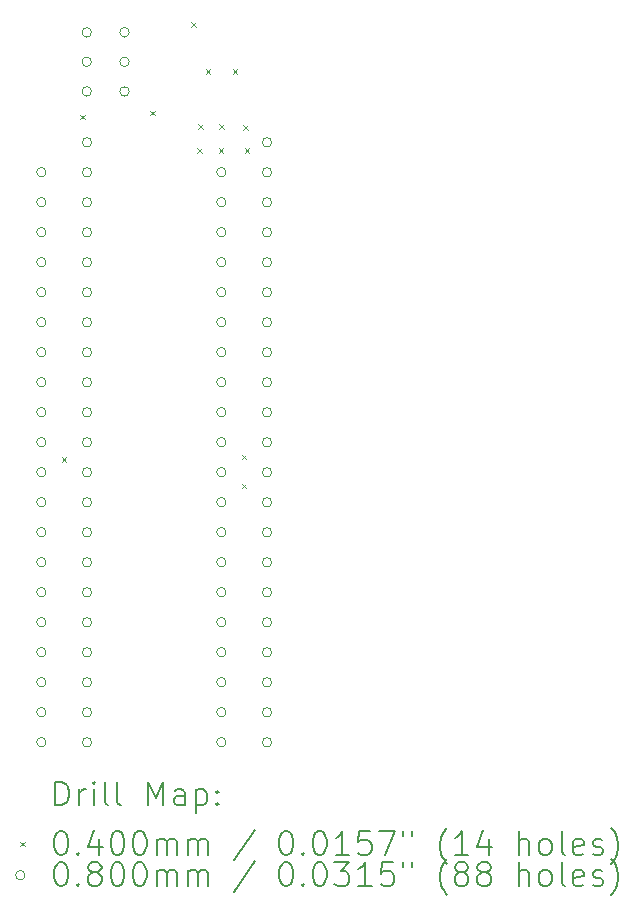
<source format=gbr>
%FSLAX45Y45*%
G04 Gerber Fmt 4.5, Leading zero omitted, Abs format (unit mm)*
G04 Created by KiCad (PCBNEW (6.0.6-1)-1) date 2022-07-19 12:23:55*
%MOMM*%
%LPD*%
G01*
G04 APERTURE LIST*
%ADD10C,0.200000*%
%ADD11C,0.040000*%
%ADD12C,0.080000*%
G04 APERTURE END LIST*
D10*
D11*
X13027980Y-9085900D02*
X13067980Y-9125900D01*
X13067980Y-9085900D02*
X13027980Y-9125900D01*
X13185460Y-6182680D02*
X13225460Y-6222680D01*
X13225460Y-6182680D02*
X13185460Y-6222680D01*
X13776070Y-6149660D02*
X13816070Y-6189660D01*
X13816070Y-6149660D02*
X13776070Y-6189660D01*
X14125248Y-5399472D02*
X14165248Y-5439472D01*
X14165248Y-5399472D02*
X14125248Y-5439472D01*
X14178600Y-6464620D02*
X14218600Y-6504620D01*
X14218600Y-6464620D02*
X14178600Y-6504620D01*
X14183680Y-6266500D02*
X14223680Y-6306500D01*
X14223680Y-6266500D02*
X14183680Y-6306500D01*
X14247180Y-5796600D02*
X14287180Y-5836600D01*
X14287180Y-5796600D02*
X14247180Y-5836600D01*
X14358940Y-6464620D02*
X14398940Y-6504620D01*
X14398940Y-6464620D02*
X14358940Y-6504620D01*
X14361480Y-6266500D02*
X14401480Y-6306500D01*
X14401480Y-6266500D02*
X14361480Y-6306500D01*
X14475780Y-5796600D02*
X14515780Y-5836600D01*
X14515780Y-5796600D02*
X14475780Y-5836600D01*
X14551980Y-9063040D02*
X14591980Y-9103040D01*
X14591980Y-9063040D02*
X14551980Y-9103040D01*
X14551980Y-9306880D02*
X14591980Y-9346880D01*
X14591980Y-9306880D02*
X14551980Y-9346880D01*
X14564680Y-6275330D02*
X14604680Y-6315330D01*
X14604680Y-6275330D02*
X14564680Y-6315330D01*
X14577380Y-6464620D02*
X14617380Y-6504620D01*
X14617380Y-6464620D02*
X14577380Y-6504620D01*
D12*
X12896980Y-6670540D02*
G75*
G03*
X12896980Y-6670540I-40000J0D01*
G01*
X12896980Y-6924540D02*
G75*
G03*
X12896980Y-6924540I-40000J0D01*
G01*
X12896980Y-7178540D02*
G75*
G03*
X12896980Y-7178540I-40000J0D01*
G01*
X12896980Y-7432540D02*
G75*
G03*
X12896980Y-7432540I-40000J0D01*
G01*
X12896980Y-7686540D02*
G75*
G03*
X12896980Y-7686540I-40000J0D01*
G01*
X12896980Y-7940540D02*
G75*
G03*
X12896980Y-7940540I-40000J0D01*
G01*
X12896980Y-8194540D02*
G75*
G03*
X12896980Y-8194540I-40000J0D01*
G01*
X12896980Y-8448540D02*
G75*
G03*
X12896980Y-8448540I-40000J0D01*
G01*
X12896980Y-8702540D02*
G75*
G03*
X12896980Y-8702540I-40000J0D01*
G01*
X12896980Y-8956540D02*
G75*
G03*
X12896980Y-8956540I-40000J0D01*
G01*
X12896980Y-9210540D02*
G75*
G03*
X12896980Y-9210540I-40000J0D01*
G01*
X12896980Y-9464540D02*
G75*
G03*
X12896980Y-9464540I-40000J0D01*
G01*
X12896980Y-9718540D02*
G75*
G03*
X12896980Y-9718540I-40000J0D01*
G01*
X12896980Y-9972540D02*
G75*
G03*
X12896980Y-9972540I-40000J0D01*
G01*
X12896980Y-10226540D02*
G75*
G03*
X12896980Y-10226540I-40000J0D01*
G01*
X12896980Y-10480540D02*
G75*
G03*
X12896980Y-10480540I-40000J0D01*
G01*
X12896980Y-10734540D02*
G75*
G03*
X12896980Y-10734540I-40000J0D01*
G01*
X12896980Y-10988540D02*
G75*
G03*
X12896980Y-10988540I-40000J0D01*
G01*
X12896980Y-11242540D02*
G75*
G03*
X12896980Y-11242540I-40000J0D01*
G01*
X12896980Y-11496540D02*
G75*
G03*
X12896980Y-11496540I-40000J0D01*
G01*
X13281040Y-5486950D02*
G75*
G03*
X13281040Y-5486950I-40000J0D01*
G01*
X13281040Y-5736950D02*
G75*
G03*
X13281040Y-5736950I-40000J0D01*
G01*
X13281040Y-5986950D02*
G75*
G03*
X13281040Y-5986950I-40000J0D01*
G01*
X13283560Y-6418580D02*
G75*
G03*
X13283560Y-6418580I-40000J0D01*
G01*
X13283560Y-6672580D02*
G75*
G03*
X13283560Y-6672580I-40000J0D01*
G01*
X13283560Y-6926580D02*
G75*
G03*
X13283560Y-6926580I-40000J0D01*
G01*
X13283560Y-7180580D02*
G75*
G03*
X13283560Y-7180580I-40000J0D01*
G01*
X13283560Y-7434580D02*
G75*
G03*
X13283560Y-7434580I-40000J0D01*
G01*
X13283560Y-7688580D02*
G75*
G03*
X13283560Y-7688580I-40000J0D01*
G01*
X13283560Y-7942580D02*
G75*
G03*
X13283560Y-7942580I-40000J0D01*
G01*
X13283560Y-8196580D02*
G75*
G03*
X13283560Y-8196580I-40000J0D01*
G01*
X13283560Y-8450580D02*
G75*
G03*
X13283560Y-8450580I-40000J0D01*
G01*
X13283560Y-8704580D02*
G75*
G03*
X13283560Y-8704580I-40000J0D01*
G01*
X13283560Y-8958580D02*
G75*
G03*
X13283560Y-8958580I-40000J0D01*
G01*
X13283560Y-9212580D02*
G75*
G03*
X13283560Y-9212580I-40000J0D01*
G01*
X13283560Y-9466580D02*
G75*
G03*
X13283560Y-9466580I-40000J0D01*
G01*
X13283560Y-9720580D02*
G75*
G03*
X13283560Y-9720580I-40000J0D01*
G01*
X13283560Y-9974580D02*
G75*
G03*
X13283560Y-9974580I-40000J0D01*
G01*
X13283560Y-10228580D02*
G75*
G03*
X13283560Y-10228580I-40000J0D01*
G01*
X13283560Y-10482580D02*
G75*
G03*
X13283560Y-10482580I-40000J0D01*
G01*
X13283560Y-10736580D02*
G75*
G03*
X13283560Y-10736580I-40000J0D01*
G01*
X13283560Y-10990580D02*
G75*
G03*
X13283560Y-10990580I-40000J0D01*
G01*
X13283560Y-11244580D02*
G75*
G03*
X13283560Y-11244580I-40000J0D01*
G01*
X13283560Y-11498580D02*
G75*
G03*
X13283560Y-11498580I-40000J0D01*
G01*
X13601040Y-5486950D02*
G75*
G03*
X13601040Y-5486950I-40000J0D01*
G01*
X13601040Y-5736950D02*
G75*
G03*
X13601040Y-5736950I-40000J0D01*
G01*
X13601040Y-5986950D02*
G75*
G03*
X13601040Y-5986950I-40000J0D01*
G01*
X14420980Y-6670540D02*
G75*
G03*
X14420980Y-6670540I-40000J0D01*
G01*
X14420980Y-6924540D02*
G75*
G03*
X14420980Y-6924540I-40000J0D01*
G01*
X14420980Y-7178540D02*
G75*
G03*
X14420980Y-7178540I-40000J0D01*
G01*
X14420980Y-7432540D02*
G75*
G03*
X14420980Y-7432540I-40000J0D01*
G01*
X14420980Y-7686540D02*
G75*
G03*
X14420980Y-7686540I-40000J0D01*
G01*
X14420980Y-7940540D02*
G75*
G03*
X14420980Y-7940540I-40000J0D01*
G01*
X14420980Y-8194540D02*
G75*
G03*
X14420980Y-8194540I-40000J0D01*
G01*
X14420980Y-8448540D02*
G75*
G03*
X14420980Y-8448540I-40000J0D01*
G01*
X14420980Y-8702540D02*
G75*
G03*
X14420980Y-8702540I-40000J0D01*
G01*
X14420980Y-8956540D02*
G75*
G03*
X14420980Y-8956540I-40000J0D01*
G01*
X14420980Y-9210540D02*
G75*
G03*
X14420980Y-9210540I-40000J0D01*
G01*
X14420980Y-9464540D02*
G75*
G03*
X14420980Y-9464540I-40000J0D01*
G01*
X14420980Y-9718540D02*
G75*
G03*
X14420980Y-9718540I-40000J0D01*
G01*
X14420980Y-9972540D02*
G75*
G03*
X14420980Y-9972540I-40000J0D01*
G01*
X14420980Y-10226540D02*
G75*
G03*
X14420980Y-10226540I-40000J0D01*
G01*
X14420980Y-10480540D02*
G75*
G03*
X14420980Y-10480540I-40000J0D01*
G01*
X14420980Y-10734540D02*
G75*
G03*
X14420980Y-10734540I-40000J0D01*
G01*
X14420980Y-10988540D02*
G75*
G03*
X14420980Y-10988540I-40000J0D01*
G01*
X14420980Y-11242540D02*
G75*
G03*
X14420980Y-11242540I-40000J0D01*
G01*
X14420980Y-11496540D02*
G75*
G03*
X14420980Y-11496540I-40000J0D01*
G01*
X14807560Y-6418580D02*
G75*
G03*
X14807560Y-6418580I-40000J0D01*
G01*
X14807560Y-6672580D02*
G75*
G03*
X14807560Y-6672580I-40000J0D01*
G01*
X14807560Y-6926580D02*
G75*
G03*
X14807560Y-6926580I-40000J0D01*
G01*
X14807560Y-7180580D02*
G75*
G03*
X14807560Y-7180580I-40000J0D01*
G01*
X14807560Y-7434580D02*
G75*
G03*
X14807560Y-7434580I-40000J0D01*
G01*
X14807560Y-7688580D02*
G75*
G03*
X14807560Y-7688580I-40000J0D01*
G01*
X14807560Y-7942580D02*
G75*
G03*
X14807560Y-7942580I-40000J0D01*
G01*
X14807560Y-8196580D02*
G75*
G03*
X14807560Y-8196580I-40000J0D01*
G01*
X14807560Y-8450580D02*
G75*
G03*
X14807560Y-8450580I-40000J0D01*
G01*
X14807560Y-8704580D02*
G75*
G03*
X14807560Y-8704580I-40000J0D01*
G01*
X14807560Y-8958580D02*
G75*
G03*
X14807560Y-8958580I-40000J0D01*
G01*
X14807560Y-9212580D02*
G75*
G03*
X14807560Y-9212580I-40000J0D01*
G01*
X14807560Y-9466580D02*
G75*
G03*
X14807560Y-9466580I-40000J0D01*
G01*
X14807560Y-9720580D02*
G75*
G03*
X14807560Y-9720580I-40000J0D01*
G01*
X14807560Y-9974580D02*
G75*
G03*
X14807560Y-9974580I-40000J0D01*
G01*
X14807560Y-10228580D02*
G75*
G03*
X14807560Y-10228580I-40000J0D01*
G01*
X14807560Y-10482580D02*
G75*
G03*
X14807560Y-10482580I-40000J0D01*
G01*
X14807560Y-10736580D02*
G75*
G03*
X14807560Y-10736580I-40000J0D01*
G01*
X14807560Y-10990580D02*
G75*
G03*
X14807560Y-10990580I-40000J0D01*
G01*
X14807560Y-11244580D02*
G75*
G03*
X14807560Y-11244580I-40000J0D01*
G01*
X14807560Y-11498580D02*
G75*
G03*
X14807560Y-11498580I-40000J0D01*
G01*
D10*
X12976469Y-12030126D02*
X12976469Y-11830126D01*
X13024088Y-11830126D01*
X13052659Y-11839650D01*
X13071707Y-11858698D01*
X13081231Y-11877745D01*
X13090755Y-11915840D01*
X13090755Y-11944412D01*
X13081231Y-11982507D01*
X13071707Y-12001555D01*
X13052659Y-12020602D01*
X13024088Y-12030126D01*
X12976469Y-12030126D01*
X13176469Y-12030126D02*
X13176469Y-11896793D01*
X13176469Y-11934888D02*
X13185993Y-11915840D01*
X13195517Y-11906317D01*
X13214564Y-11896793D01*
X13233612Y-11896793D01*
X13300278Y-12030126D02*
X13300278Y-11896793D01*
X13300278Y-11830126D02*
X13290755Y-11839650D01*
X13300278Y-11849174D01*
X13309802Y-11839650D01*
X13300278Y-11830126D01*
X13300278Y-11849174D01*
X13424088Y-12030126D02*
X13405040Y-12020602D01*
X13395517Y-12001555D01*
X13395517Y-11830126D01*
X13528850Y-12030126D02*
X13509802Y-12020602D01*
X13500278Y-12001555D01*
X13500278Y-11830126D01*
X13757421Y-12030126D02*
X13757421Y-11830126D01*
X13824088Y-11972983D01*
X13890755Y-11830126D01*
X13890755Y-12030126D01*
X14071707Y-12030126D02*
X14071707Y-11925364D01*
X14062183Y-11906317D01*
X14043136Y-11896793D01*
X14005040Y-11896793D01*
X13985993Y-11906317D01*
X14071707Y-12020602D02*
X14052659Y-12030126D01*
X14005040Y-12030126D01*
X13985993Y-12020602D01*
X13976469Y-12001555D01*
X13976469Y-11982507D01*
X13985993Y-11963459D01*
X14005040Y-11953936D01*
X14052659Y-11953936D01*
X14071707Y-11944412D01*
X14166945Y-11896793D02*
X14166945Y-12096793D01*
X14166945Y-11906317D02*
X14185993Y-11896793D01*
X14224088Y-11896793D01*
X14243136Y-11906317D01*
X14252659Y-11915840D01*
X14262183Y-11934888D01*
X14262183Y-11992031D01*
X14252659Y-12011078D01*
X14243136Y-12020602D01*
X14224088Y-12030126D01*
X14185993Y-12030126D01*
X14166945Y-12020602D01*
X14347898Y-12011078D02*
X14357421Y-12020602D01*
X14347898Y-12030126D01*
X14338374Y-12020602D01*
X14347898Y-12011078D01*
X14347898Y-12030126D01*
X14347898Y-11906317D02*
X14357421Y-11915840D01*
X14347898Y-11925364D01*
X14338374Y-11915840D01*
X14347898Y-11906317D01*
X14347898Y-11925364D01*
D11*
X12678850Y-12339650D02*
X12718850Y-12379650D01*
X12718850Y-12339650D02*
X12678850Y-12379650D01*
D10*
X13014564Y-12250126D02*
X13033612Y-12250126D01*
X13052659Y-12259650D01*
X13062183Y-12269174D01*
X13071707Y-12288221D01*
X13081231Y-12326317D01*
X13081231Y-12373936D01*
X13071707Y-12412031D01*
X13062183Y-12431078D01*
X13052659Y-12440602D01*
X13033612Y-12450126D01*
X13014564Y-12450126D01*
X12995517Y-12440602D01*
X12985993Y-12431078D01*
X12976469Y-12412031D01*
X12966945Y-12373936D01*
X12966945Y-12326317D01*
X12976469Y-12288221D01*
X12985993Y-12269174D01*
X12995517Y-12259650D01*
X13014564Y-12250126D01*
X13166945Y-12431078D02*
X13176469Y-12440602D01*
X13166945Y-12450126D01*
X13157421Y-12440602D01*
X13166945Y-12431078D01*
X13166945Y-12450126D01*
X13347898Y-12316793D02*
X13347898Y-12450126D01*
X13300278Y-12240602D02*
X13252659Y-12383459D01*
X13376469Y-12383459D01*
X13490755Y-12250126D02*
X13509802Y-12250126D01*
X13528850Y-12259650D01*
X13538374Y-12269174D01*
X13547898Y-12288221D01*
X13557421Y-12326317D01*
X13557421Y-12373936D01*
X13547898Y-12412031D01*
X13538374Y-12431078D01*
X13528850Y-12440602D01*
X13509802Y-12450126D01*
X13490755Y-12450126D01*
X13471707Y-12440602D01*
X13462183Y-12431078D01*
X13452659Y-12412031D01*
X13443136Y-12373936D01*
X13443136Y-12326317D01*
X13452659Y-12288221D01*
X13462183Y-12269174D01*
X13471707Y-12259650D01*
X13490755Y-12250126D01*
X13681231Y-12250126D02*
X13700278Y-12250126D01*
X13719326Y-12259650D01*
X13728850Y-12269174D01*
X13738374Y-12288221D01*
X13747898Y-12326317D01*
X13747898Y-12373936D01*
X13738374Y-12412031D01*
X13728850Y-12431078D01*
X13719326Y-12440602D01*
X13700278Y-12450126D01*
X13681231Y-12450126D01*
X13662183Y-12440602D01*
X13652659Y-12431078D01*
X13643136Y-12412031D01*
X13633612Y-12373936D01*
X13633612Y-12326317D01*
X13643136Y-12288221D01*
X13652659Y-12269174D01*
X13662183Y-12259650D01*
X13681231Y-12250126D01*
X13833612Y-12450126D02*
X13833612Y-12316793D01*
X13833612Y-12335840D02*
X13843136Y-12326317D01*
X13862183Y-12316793D01*
X13890755Y-12316793D01*
X13909802Y-12326317D01*
X13919326Y-12345364D01*
X13919326Y-12450126D01*
X13919326Y-12345364D02*
X13928850Y-12326317D01*
X13947898Y-12316793D01*
X13976469Y-12316793D01*
X13995517Y-12326317D01*
X14005040Y-12345364D01*
X14005040Y-12450126D01*
X14100278Y-12450126D02*
X14100278Y-12316793D01*
X14100278Y-12335840D02*
X14109802Y-12326317D01*
X14128850Y-12316793D01*
X14157421Y-12316793D01*
X14176469Y-12326317D01*
X14185993Y-12345364D01*
X14185993Y-12450126D01*
X14185993Y-12345364D02*
X14195517Y-12326317D01*
X14214564Y-12316793D01*
X14243136Y-12316793D01*
X14262183Y-12326317D01*
X14271707Y-12345364D01*
X14271707Y-12450126D01*
X14662183Y-12240602D02*
X14490755Y-12497745D01*
X14919326Y-12250126D02*
X14938374Y-12250126D01*
X14957421Y-12259650D01*
X14966945Y-12269174D01*
X14976469Y-12288221D01*
X14985993Y-12326317D01*
X14985993Y-12373936D01*
X14976469Y-12412031D01*
X14966945Y-12431078D01*
X14957421Y-12440602D01*
X14938374Y-12450126D01*
X14919326Y-12450126D01*
X14900278Y-12440602D01*
X14890755Y-12431078D01*
X14881231Y-12412031D01*
X14871707Y-12373936D01*
X14871707Y-12326317D01*
X14881231Y-12288221D01*
X14890755Y-12269174D01*
X14900278Y-12259650D01*
X14919326Y-12250126D01*
X15071707Y-12431078D02*
X15081231Y-12440602D01*
X15071707Y-12450126D01*
X15062183Y-12440602D01*
X15071707Y-12431078D01*
X15071707Y-12450126D01*
X15205040Y-12250126D02*
X15224088Y-12250126D01*
X15243136Y-12259650D01*
X15252659Y-12269174D01*
X15262183Y-12288221D01*
X15271707Y-12326317D01*
X15271707Y-12373936D01*
X15262183Y-12412031D01*
X15252659Y-12431078D01*
X15243136Y-12440602D01*
X15224088Y-12450126D01*
X15205040Y-12450126D01*
X15185993Y-12440602D01*
X15176469Y-12431078D01*
X15166945Y-12412031D01*
X15157421Y-12373936D01*
X15157421Y-12326317D01*
X15166945Y-12288221D01*
X15176469Y-12269174D01*
X15185993Y-12259650D01*
X15205040Y-12250126D01*
X15462183Y-12450126D02*
X15347898Y-12450126D01*
X15405040Y-12450126D02*
X15405040Y-12250126D01*
X15385993Y-12278698D01*
X15366945Y-12297745D01*
X15347898Y-12307269D01*
X15643136Y-12250126D02*
X15547898Y-12250126D01*
X15538374Y-12345364D01*
X15547898Y-12335840D01*
X15566945Y-12326317D01*
X15614564Y-12326317D01*
X15633612Y-12335840D01*
X15643136Y-12345364D01*
X15652659Y-12364412D01*
X15652659Y-12412031D01*
X15643136Y-12431078D01*
X15633612Y-12440602D01*
X15614564Y-12450126D01*
X15566945Y-12450126D01*
X15547898Y-12440602D01*
X15538374Y-12431078D01*
X15719326Y-12250126D02*
X15852659Y-12250126D01*
X15766945Y-12450126D01*
X15919326Y-12250126D02*
X15919326Y-12288221D01*
X15995517Y-12250126D02*
X15995517Y-12288221D01*
X16290755Y-12526317D02*
X16281231Y-12516793D01*
X16262183Y-12488221D01*
X16252659Y-12469174D01*
X16243136Y-12440602D01*
X16233612Y-12392983D01*
X16233612Y-12354888D01*
X16243136Y-12307269D01*
X16252659Y-12278698D01*
X16262183Y-12259650D01*
X16281231Y-12231078D01*
X16290755Y-12221555D01*
X16471707Y-12450126D02*
X16357421Y-12450126D01*
X16414564Y-12450126D02*
X16414564Y-12250126D01*
X16395517Y-12278698D01*
X16376469Y-12297745D01*
X16357421Y-12307269D01*
X16643136Y-12316793D02*
X16643136Y-12450126D01*
X16595517Y-12240602D02*
X16547898Y-12383459D01*
X16671707Y-12383459D01*
X16900279Y-12450126D02*
X16900279Y-12250126D01*
X16985993Y-12450126D02*
X16985993Y-12345364D01*
X16976469Y-12326317D01*
X16957421Y-12316793D01*
X16928850Y-12316793D01*
X16909802Y-12326317D01*
X16900279Y-12335840D01*
X17109802Y-12450126D02*
X17090755Y-12440602D01*
X17081231Y-12431078D01*
X17071707Y-12412031D01*
X17071707Y-12354888D01*
X17081231Y-12335840D01*
X17090755Y-12326317D01*
X17109802Y-12316793D01*
X17138374Y-12316793D01*
X17157421Y-12326317D01*
X17166945Y-12335840D01*
X17176469Y-12354888D01*
X17176469Y-12412031D01*
X17166945Y-12431078D01*
X17157421Y-12440602D01*
X17138374Y-12450126D01*
X17109802Y-12450126D01*
X17290755Y-12450126D02*
X17271707Y-12440602D01*
X17262183Y-12421555D01*
X17262183Y-12250126D01*
X17443136Y-12440602D02*
X17424088Y-12450126D01*
X17385993Y-12450126D01*
X17366945Y-12440602D01*
X17357421Y-12421555D01*
X17357421Y-12345364D01*
X17366945Y-12326317D01*
X17385993Y-12316793D01*
X17424088Y-12316793D01*
X17443136Y-12326317D01*
X17452660Y-12345364D01*
X17452660Y-12364412D01*
X17357421Y-12383459D01*
X17528850Y-12440602D02*
X17547898Y-12450126D01*
X17585993Y-12450126D01*
X17605040Y-12440602D01*
X17614564Y-12421555D01*
X17614564Y-12412031D01*
X17605040Y-12392983D01*
X17585993Y-12383459D01*
X17557421Y-12383459D01*
X17538374Y-12373936D01*
X17528850Y-12354888D01*
X17528850Y-12345364D01*
X17538374Y-12326317D01*
X17557421Y-12316793D01*
X17585993Y-12316793D01*
X17605040Y-12326317D01*
X17681231Y-12526317D02*
X17690755Y-12516793D01*
X17709802Y-12488221D01*
X17719326Y-12469174D01*
X17728850Y-12440602D01*
X17738374Y-12392983D01*
X17738374Y-12354888D01*
X17728850Y-12307269D01*
X17719326Y-12278698D01*
X17709802Y-12259650D01*
X17690755Y-12231078D01*
X17681231Y-12221555D01*
D12*
X12718850Y-12623650D02*
G75*
G03*
X12718850Y-12623650I-40000J0D01*
G01*
D10*
X13014564Y-12514126D02*
X13033612Y-12514126D01*
X13052659Y-12523650D01*
X13062183Y-12533174D01*
X13071707Y-12552221D01*
X13081231Y-12590317D01*
X13081231Y-12637936D01*
X13071707Y-12676031D01*
X13062183Y-12695078D01*
X13052659Y-12704602D01*
X13033612Y-12714126D01*
X13014564Y-12714126D01*
X12995517Y-12704602D01*
X12985993Y-12695078D01*
X12976469Y-12676031D01*
X12966945Y-12637936D01*
X12966945Y-12590317D01*
X12976469Y-12552221D01*
X12985993Y-12533174D01*
X12995517Y-12523650D01*
X13014564Y-12514126D01*
X13166945Y-12695078D02*
X13176469Y-12704602D01*
X13166945Y-12714126D01*
X13157421Y-12704602D01*
X13166945Y-12695078D01*
X13166945Y-12714126D01*
X13290755Y-12599840D02*
X13271707Y-12590317D01*
X13262183Y-12580793D01*
X13252659Y-12561745D01*
X13252659Y-12552221D01*
X13262183Y-12533174D01*
X13271707Y-12523650D01*
X13290755Y-12514126D01*
X13328850Y-12514126D01*
X13347898Y-12523650D01*
X13357421Y-12533174D01*
X13366945Y-12552221D01*
X13366945Y-12561745D01*
X13357421Y-12580793D01*
X13347898Y-12590317D01*
X13328850Y-12599840D01*
X13290755Y-12599840D01*
X13271707Y-12609364D01*
X13262183Y-12618888D01*
X13252659Y-12637936D01*
X13252659Y-12676031D01*
X13262183Y-12695078D01*
X13271707Y-12704602D01*
X13290755Y-12714126D01*
X13328850Y-12714126D01*
X13347898Y-12704602D01*
X13357421Y-12695078D01*
X13366945Y-12676031D01*
X13366945Y-12637936D01*
X13357421Y-12618888D01*
X13347898Y-12609364D01*
X13328850Y-12599840D01*
X13490755Y-12514126D02*
X13509802Y-12514126D01*
X13528850Y-12523650D01*
X13538374Y-12533174D01*
X13547898Y-12552221D01*
X13557421Y-12590317D01*
X13557421Y-12637936D01*
X13547898Y-12676031D01*
X13538374Y-12695078D01*
X13528850Y-12704602D01*
X13509802Y-12714126D01*
X13490755Y-12714126D01*
X13471707Y-12704602D01*
X13462183Y-12695078D01*
X13452659Y-12676031D01*
X13443136Y-12637936D01*
X13443136Y-12590317D01*
X13452659Y-12552221D01*
X13462183Y-12533174D01*
X13471707Y-12523650D01*
X13490755Y-12514126D01*
X13681231Y-12514126D02*
X13700278Y-12514126D01*
X13719326Y-12523650D01*
X13728850Y-12533174D01*
X13738374Y-12552221D01*
X13747898Y-12590317D01*
X13747898Y-12637936D01*
X13738374Y-12676031D01*
X13728850Y-12695078D01*
X13719326Y-12704602D01*
X13700278Y-12714126D01*
X13681231Y-12714126D01*
X13662183Y-12704602D01*
X13652659Y-12695078D01*
X13643136Y-12676031D01*
X13633612Y-12637936D01*
X13633612Y-12590317D01*
X13643136Y-12552221D01*
X13652659Y-12533174D01*
X13662183Y-12523650D01*
X13681231Y-12514126D01*
X13833612Y-12714126D02*
X13833612Y-12580793D01*
X13833612Y-12599840D02*
X13843136Y-12590317D01*
X13862183Y-12580793D01*
X13890755Y-12580793D01*
X13909802Y-12590317D01*
X13919326Y-12609364D01*
X13919326Y-12714126D01*
X13919326Y-12609364D02*
X13928850Y-12590317D01*
X13947898Y-12580793D01*
X13976469Y-12580793D01*
X13995517Y-12590317D01*
X14005040Y-12609364D01*
X14005040Y-12714126D01*
X14100278Y-12714126D02*
X14100278Y-12580793D01*
X14100278Y-12599840D02*
X14109802Y-12590317D01*
X14128850Y-12580793D01*
X14157421Y-12580793D01*
X14176469Y-12590317D01*
X14185993Y-12609364D01*
X14185993Y-12714126D01*
X14185993Y-12609364D02*
X14195517Y-12590317D01*
X14214564Y-12580793D01*
X14243136Y-12580793D01*
X14262183Y-12590317D01*
X14271707Y-12609364D01*
X14271707Y-12714126D01*
X14662183Y-12504602D02*
X14490755Y-12761745D01*
X14919326Y-12514126D02*
X14938374Y-12514126D01*
X14957421Y-12523650D01*
X14966945Y-12533174D01*
X14976469Y-12552221D01*
X14985993Y-12590317D01*
X14985993Y-12637936D01*
X14976469Y-12676031D01*
X14966945Y-12695078D01*
X14957421Y-12704602D01*
X14938374Y-12714126D01*
X14919326Y-12714126D01*
X14900278Y-12704602D01*
X14890755Y-12695078D01*
X14881231Y-12676031D01*
X14871707Y-12637936D01*
X14871707Y-12590317D01*
X14881231Y-12552221D01*
X14890755Y-12533174D01*
X14900278Y-12523650D01*
X14919326Y-12514126D01*
X15071707Y-12695078D02*
X15081231Y-12704602D01*
X15071707Y-12714126D01*
X15062183Y-12704602D01*
X15071707Y-12695078D01*
X15071707Y-12714126D01*
X15205040Y-12514126D02*
X15224088Y-12514126D01*
X15243136Y-12523650D01*
X15252659Y-12533174D01*
X15262183Y-12552221D01*
X15271707Y-12590317D01*
X15271707Y-12637936D01*
X15262183Y-12676031D01*
X15252659Y-12695078D01*
X15243136Y-12704602D01*
X15224088Y-12714126D01*
X15205040Y-12714126D01*
X15185993Y-12704602D01*
X15176469Y-12695078D01*
X15166945Y-12676031D01*
X15157421Y-12637936D01*
X15157421Y-12590317D01*
X15166945Y-12552221D01*
X15176469Y-12533174D01*
X15185993Y-12523650D01*
X15205040Y-12514126D01*
X15338374Y-12514126D02*
X15462183Y-12514126D01*
X15395517Y-12590317D01*
X15424088Y-12590317D01*
X15443136Y-12599840D01*
X15452659Y-12609364D01*
X15462183Y-12628412D01*
X15462183Y-12676031D01*
X15452659Y-12695078D01*
X15443136Y-12704602D01*
X15424088Y-12714126D01*
X15366945Y-12714126D01*
X15347898Y-12704602D01*
X15338374Y-12695078D01*
X15652659Y-12714126D02*
X15538374Y-12714126D01*
X15595517Y-12714126D02*
X15595517Y-12514126D01*
X15576469Y-12542698D01*
X15557421Y-12561745D01*
X15538374Y-12571269D01*
X15833612Y-12514126D02*
X15738374Y-12514126D01*
X15728850Y-12609364D01*
X15738374Y-12599840D01*
X15757421Y-12590317D01*
X15805040Y-12590317D01*
X15824088Y-12599840D01*
X15833612Y-12609364D01*
X15843136Y-12628412D01*
X15843136Y-12676031D01*
X15833612Y-12695078D01*
X15824088Y-12704602D01*
X15805040Y-12714126D01*
X15757421Y-12714126D01*
X15738374Y-12704602D01*
X15728850Y-12695078D01*
X15919326Y-12514126D02*
X15919326Y-12552221D01*
X15995517Y-12514126D02*
X15995517Y-12552221D01*
X16290755Y-12790317D02*
X16281231Y-12780793D01*
X16262183Y-12752221D01*
X16252659Y-12733174D01*
X16243136Y-12704602D01*
X16233612Y-12656983D01*
X16233612Y-12618888D01*
X16243136Y-12571269D01*
X16252659Y-12542698D01*
X16262183Y-12523650D01*
X16281231Y-12495078D01*
X16290755Y-12485555D01*
X16395517Y-12599840D02*
X16376469Y-12590317D01*
X16366945Y-12580793D01*
X16357421Y-12561745D01*
X16357421Y-12552221D01*
X16366945Y-12533174D01*
X16376469Y-12523650D01*
X16395517Y-12514126D01*
X16433612Y-12514126D01*
X16452659Y-12523650D01*
X16462183Y-12533174D01*
X16471707Y-12552221D01*
X16471707Y-12561745D01*
X16462183Y-12580793D01*
X16452659Y-12590317D01*
X16433612Y-12599840D01*
X16395517Y-12599840D01*
X16376469Y-12609364D01*
X16366945Y-12618888D01*
X16357421Y-12637936D01*
X16357421Y-12676031D01*
X16366945Y-12695078D01*
X16376469Y-12704602D01*
X16395517Y-12714126D01*
X16433612Y-12714126D01*
X16452659Y-12704602D01*
X16462183Y-12695078D01*
X16471707Y-12676031D01*
X16471707Y-12637936D01*
X16462183Y-12618888D01*
X16452659Y-12609364D01*
X16433612Y-12599840D01*
X16585993Y-12599840D02*
X16566945Y-12590317D01*
X16557421Y-12580793D01*
X16547898Y-12561745D01*
X16547898Y-12552221D01*
X16557421Y-12533174D01*
X16566945Y-12523650D01*
X16585993Y-12514126D01*
X16624088Y-12514126D01*
X16643136Y-12523650D01*
X16652659Y-12533174D01*
X16662183Y-12552221D01*
X16662183Y-12561745D01*
X16652659Y-12580793D01*
X16643136Y-12590317D01*
X16624088Y-12599840D01*
X16585993Y-12599840D01*
X16566945Y-12609364D01*
X16557421Y-12618888D01*
X16547898Y-12637936D01*
X16547898Y-12676031D01*
X16557421Y-12695078D01*
X16566945Y-12704602D01*
X16585993Y-12714126D01*
X16624088Y-12714126D01*
X16643136Y-12704602D01*
X16652659Y-12695078D01*
X16662183Y-12676031D01*
X16662183Y-12637936D01*
X16652659Y-12618888D01*
X16643136Y-12609364D01*
X16624088Y-12599840D01*
X16900279Y-12714126D02*
X16900279Y-12514126D01*
X16985993Y-12714126D02*
X16985993Y-12609364D01*
X16976469Y-12590317D01*
X16957421Y-12580793D01*
X16928850Y-12580793D01*
X16909802Y-12590317D01*
X16900279Y-12599840D01*
X17109802Y-12714126D02*
X17090755Y-12704602D01*
X17081231Y-12695078D01*
X17071707Y-12676031D01*
X17071707Y-12618888D01*
X17081231Y-12599840D01*
X17090755Y-12590317D01*
X17109802Y-12580793D01*
X17138374Y-12580793D01*
X17157421Y-12590317D01*
X17166945Y-12599840D01*
X17176469Y-12618888D01*
X17176469Y-12676031D01*
X17166945Y-12695078D01*
X17157421Y-12704602D01*
X17138374Y-12714126D01*
X17109802Y-12714126D01*
X17290755Y-12714126D02*
X17271707Y-12704602D01*
X17262183Y-12685555D01*
X17262183Y-12514126D01*
X17443136Y-12704602D02*
X17424088Y-12714126D01*
X17385993Y-12714126D01*
X17366945Y-12704602D01*
X17357421Y-12685555D01*
X17357421Y-12609364D01*
X17366945Y-12590317D01*
X17385993Y-12580793D01*
X17424088Y-12580793D01*
X17443136Y-12590317D01*
X17452660Y-12609364D01*
X17452660Y-12628412D01*
X17357421Y-12647459D01*
X17528850Y-12704602D02*
X17547898Y-12714126D01*
X17585993Y-12714126D01*
X17605040Y-12704602D01*
X17614564Y-12685555D01*
X17614564Y-12676031D01*
X17605040Y-12656983D01*
X17585993Y-12647459D01*
X17557421Y-12647459D01*
X17538374Y-12637936D01*
X17528850Y-12618888D01*
X17528850Y-12609364D01*
X17538374Y-12590317D01*
X17557421Y-12580793D01*
X17585993Y-12580793D01*
X17605040Y-12590317D01*
X17681231Y-12790317D02*
X17690755Y-12780793D01*
X17709802Y-12752221D01*
X17719326Y-12733174D01*
X17728850Y-12704602D01*
X17738374Y-12656983D01*
X17738374Y-12618888D01*
X17728850Y-12571269D01*
X17719326Y-12542698D01*
X17709802Y-12523650D01*
X17690755Y-12495078D01*
X17681231Y-12485555D01*
M02*

</source>
